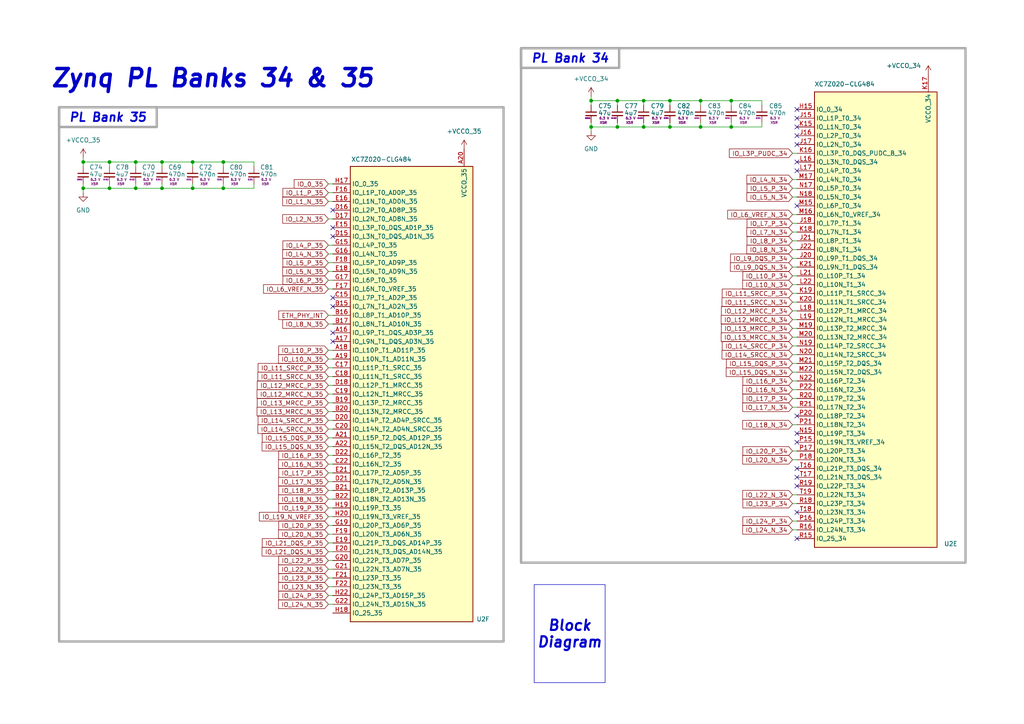
<source format=kicad_sch>
(kicad_sch (version 20231120) (generator "eeschema") (generator_version "8.0")
  (paper "A4")
  (title_block (title "Zynq PL B34 & B35") (date "2024-09-22") (rev "1.0"))
  (junction (at 64.77 46.99))
  (junction (at 55.88 46.99))
  (junction (at 186.69 36.83))
  (junction (at 212.09 36.83))
  (junction (at 194.31 36.83))
  (junction (at 24.13 54.61))
  (junction (at 203.2 29.21))
  (junction (at 31.75 46.99))
  (junction (at 212.09 29.21))
  (junction (at 46.99 54.61))
  (junction (at 39.37 54.61))
  (junction (at 171.45 29.21))
  (junction (at 39.37 46.99))
  (junction (at 203.2 36.83))
  (junction (at 46.99 46.99))
  (junction (at 55.88 54.61))
  (junction (at 24.13 46.99))
  (junction (at 194.31 29.21))
  (junction (at 64.77 54.61))
  (junction (at 186.69 29.21))
  (junction (at 179.07 29.21))
  (junction (at 171.45 36.83))
  (junction (at 31.75 54.61))
  (junction (at 179.07 36.83))
  (no_connect (at 231.14 148.59))
  (no_connect (at 231.14 41.91))
  (no_connect (at 231.14 34.29))
  (no_connect (at 231.14 46.99))
  (no_connect (at 231.14 39.37))
  (no_connect (at 231.14 36.83))
  (no_connect (at 96.52 88.9))
  (no_connect (at 96.52 99.06))
  (no_connect (at 96.52 68.58))
  (no_connect (at 231.14 128.27))
  (no_connect (at 231.14 31.75))
  (no_connect (at 231.14 59.69))
  (no_connect (at 96.52 66.04))
  (no_connect (at 96.52 86.36))
  (no_connect (at 231.14 125.73))
  (no_connect (at 231.14 49.53))
  (no_connect (at 231.14 120.65))
  (no_connect (at 231.14 138.43))
  (no_connect (at 231.14 140.97))
  (no_connect (at 231.14 156.21))
  (no_connect (at 96.52 96.52))
  (no_connect (at 231.14 135.89))
  (no_connect (at 96.52 60.96))
  (wire (pts (xy 73.66 46.99) (xy 73.66 48.26)))
  (wire (pts (xy 24.13 54.61) (xy 24.13 55.88)))
  (wire (pts (xy 39.37 54.61) (xy 31.75 54.61)))
  (wire (pts (xy 95.25 119.38) (xy 96.52 119.38)))
  (wire (pts (xy 95.25 83.82) (xy 96.52 83.82)))
  (wire (pts (xy 229.87 133.35) (xy 231.14 133.35)))
  (wire (pts (xy 229.87 100.33) (xy 231.14 100.33)))
  (wire (pts (xy 95.25 55.88) (xy 96.52 55.88)))
  (wire (pts (xy 64.77 53.34) (xy 64.77 54.61)))
  (wire (pts (xy 95.25 71.12) (xy 96.52 71.12)))
  (wire (pts (xy 203.2 29.21) (xy 203.2 30.48)))
  (wire (pts (xy 95.25 91.44) (xy 96.52 91.44)))
  (wire (pts (xy 171.45 36.83) (xy 171.45 35.56)))
  (wire (pts (xy 95.25 132.08) (xy 96.52 132.08)))
  (wire (pts (xy 95.25 167.64) (xy 96.52 167.64)))
  (wire (pts (xy 95.25 162.56) (xy 96.52 162.56)))
  (wire (pts (xy 39.37 46.99) (xy 46.99 46.99)))
  (wire (pts (xy 95.25 139.7) (xy 96.52 139.7)))
  (wire (pts (xy 95.25 121.92) (xy 96.52 121.92)))
  (wire (pts (xy 24.13 54.61) (xy 24.13 53.34)))
  (wire (pts (xy 229.87 69.85) (xy 231.14 69.85)))
  (wire (pts (xy 171.45 27.94) (xy 171.45 29.21)))
  (wire (pts (xy 95.25 106.68) (xy 96.52 106.68)))
  (wire (pts (xy 212.09 36.83) (xy 203.2 36.83)))
  (wire (pts (xy 95.25 144.78) (xy 96.52 144.78)))
  (wire (pts (xy 229.87 67.31) (xy 231.14 67.31)))
  (wire (pts (xy 229.87 115.57) (xy 231.14 115.57)))
  (wire (pts (xy 171.45 29.21) (xy 179.07 29.21)))
  (wire (pts (xy 229.87 123.19) (xy 231.14 123.19)))
  (wire (pts (xy 95.25 129.54) (xy 96.52 129.54)))
  (wire (pts (xy 229.87 80.01) (xy 231.14 80.01)))
  (wire (pts (xy 95.25 149.86) (xy 96.52 149.86)))
  (wire (pts (xy 55.88 54.61) (xy 46.99 54.61)))
  (wire (pts (xy 46.99 54.61) (xy 39.37 54.61)))
  (wire (pts (xy 39.37 53.34) (xy 39.37 54.61)))
  (wire (pts (xy 186.69 29.21) (xy 186.69 30.48)))
  (wire (pts (xy 229.87 153.67) (xy 231.14 153.67)))
  (wire (pts (xy 229.87 105.41) (xy 231.14 105.41)))
  (wire (pts (xy 203.2 36.83) (xy 194.31 36.83)))
  (wire (pts (xy 55.88 46.99) (xy 64.77 46.99)))
  (wire (pts (xy 194.31 36.83) (xy 186.69 36.83)))
  (wire (pts (xy 95.25 137.16) (xy 96.52 137.16)))
  (wire (pts (xy 73.66 54.61) (xy 64.77 54.61)))
  (wire (pts (xy 229.87 113.03) (xy 231.14 113.03)))
  (wire (pts (xy 95.25 142.24) (xy 96.52 142.24)))
  (wire (pts (xy 229.87 74.93) (xy 231.14 74.93)))
  (wire (pts (xy 229.87 44.45) (xy 231.14 44.45)))
  (wire (pts (xy 24.13 46.99) (xy 24.13 48.26)))
  (wire (pts (xy 229.87 85.09) (xy 231.14 85.09)))
  (wire (pts (xy 229.87 57.15) (xy 231.14 57.15)))
  (wire (pts (xy 46.99 46.99) (xy 46.99 48.26)))
  (wire (pts (xy 95.25 160.02) (xy 96.52 160.02)))
  (wire (pts (xy 95.25 157.48) (xy 96.52 157.48)))
  (wire (pts (xy 171.45 36.83) (xy 171.45 38.1)))
  (wire (pts (xy 229.87 102.87) (xy 231.14 102.87)))
  (wire (pts (xy 229.87 151.13) (xy 231.14 151.13)))
  (wire (pts (xy 95.25 165.1) (xy 96.52 165.1)))
  (wire (pts (xy 229.87 62.23) (xy 231.14 62.23)))
  (wire (pts (xy 229.87 110.49) (xy 231.14 110.49)))
  (wire (pts (xy 229.87 107.95) (xy 231.14 107.95)))
  (wire (pts (xy 229.87 146.05) (xy 231.14 146.05)))
  (wire (pts (xy 203.2 35.56) (xy 203.2 36.83)))
  (wire (pts (xy 73.66 53.34) (xy 73.66 54.61)))
  (wire (pts (xy 95.25 127) (xy 96.52 127)))
  (wire (pts (xy 194.31 29.21) (xy 203.2 29.21)))
  (wire (pts (xy 95.25 73.66) (xy 96.52 73.66)))
  (wire (pts (xy 31.75 54.61) (xy 24.13 54.61)))
  (wire (pts (xy 194.31 35.56) (xy 194.31 36.83)))
  (wire (pts (xy 95.25 53.34) (xy 96.52 53.34)))
  (wire (pts (xy 95.25 154.94) (xy 96.52 154.94)))
  (wire (pts (xy 95.25 124.46) (xy 96.52 124.46)))
  (wire (pts (xy 64.77 54.61) (xy 55.88 54.61)))
  (wire (pts (xy 24.13 46.99) (xy 31.75 46.99)))
  (wire (pts (xy 186.69 29.21) (xy 194.31 29.21)))
  (wire (pts (xy 186.69 35.56) (xy 186.69 36.83)))
  (wire (pts (xy 95.25 104.14) (xy 96.52 104.14)))
  (wire (pts (xy 95.25 170.18) (xy 96.52 170.18)))
  (wire (pts (xy 95.25 109.22) (xy 96.52 109.22)))
  (wire (pts (xy 203.2 29.21) (xy 212.09 29.21)))
  (wire (pts (xy 229.87 77.47) (xy 231.14 77.47)))
  (wire (pts (xy 64.77 46.99) (xy 64.77 48.26)))
  (wire (pts (xy 229.87 72.39) (xy 231.14 72.39)))
  (wire (pts (xy 220.98 35.56) (xy 220.98 36.83)))
  (wire (pts (xy 229.87 64.77) (xy 231.14 64.77)))
  (wire (pts (xy 95.25 134.62) (xy 96.52 134.62)))
  (wire (pts (xy 95.25 111.76) (xy 96.52 111.76)))
  (wire (pts (xy 229.87 97.79) (xy 231.14 97.79)))
  (wire (pts (xy 95.25 81.28) (xy 96.52 81.28)))
  (wire (pts (xy 95.25 172.72) (xy 96.52 172.72)))
  (wire (pts (xy 31.75 46.99) (xy 39.37 46.99)))
  (wire (pts (xy 55.88 53.34) (xy 55.88 54.61)))
  (wire (pts (xy 171.45 29.21) (xy 171.45 30.48)))
  (wire (pts (xy 95.25 152.4) (xy 96.52 152.4)))
  (wire (pts (xy 229.87 95.25) (xy 231.14 95.25)))
  (wire (pts (xy 220.98 29.21) (xy 220.98 30.48)))
  (wire (pts (xy 229.87 118.11) (xy 231.14 118.11)))
  (wire (pts (xy 95.25 78.74) (xy 96.52 78.74)))
  (wire (pts (xy 212.09 29.21) (xy 212.09 30.48)))
  (wire (pts (xy 46.99 53.34) (xy 46.99 54.61)))
  (wire (pts (xy 55.88 46.99) (xy 55.88 48.26)))
  (wire (pts (xy 95.25 175.26) (xy 96.52 175.26)))
  (wire (pts (xy 31.75 53.34) (xy 31.75 54.61)))
  (wire (pts (xy 229.87 82.55) (xy 231.14 82.55)))
  (wire (pts (xy 46.99 46.99) (xy 55.88 46.99)))
  (wire (pts (xy 179.07 29.21) (xy 179.07 30.48)))
  (wire (pts (xy 229.87 52.07) (xy 231.14 52.07)))
  (wire (pts (xy 31.75 46.99) (xy 31.75 48.26)))
  (wire (pts (xy 39.37 46.99) (xy 39.37 48.26)))
  (wire (pts (xy 229.87 92.71) (xy 231.14 92.71)))
  (wire (pts (xy 229.87 54.61) (xy 231.14 54.61)))
  (wire (pts (xy 64.77 46.99) (xy 73.66 46.99)))
  (wire (pts (xy 95.25 63.5) (xy 96.52 63.5)))
  (wire (pts (xy 220.98 36.83) (xy 212.09 36.83)))
  (wire (pts (xy 95.25 76.2) (xy 96.52 76.2)))
  (wire (pts (xy 194.31 29.21) (xy 194.31 30.48)))
  (wire (pts (xy 186.69 36.83) (xy 179.07 36.83)))
  (wire (pts (xy 229.87 90.17) (xy 231.14 90.17)))
  (wire (pts (xy 212.09 35.56) (xy 212.09 36.83)))
  (wire (pts (xy 95.25 114.3) (xy 96.52 114.3)))
  (wire (pts (xy 95.25 147.32) (xy 96.52 147.32)))
  (wire (pts (xy 95.25 116.84) (xy 96.52 116.84)))
  (wire (pts (xy 179.07 36.83) (xy 171.45 36.83)))
  (wire (pts (xy 179.07 29.21) (xy 186.69 29.21)))
  (wire (pts (xy 229.87 143.51) (xy 231.14 143.51)))
  (wire (pts (xy 95.25 93.98) (xy 96.52 93.98)))
  (wire (pts (xy 95.25 101.6) (xy 96.52 101.6)))
  (wire (pts (xy 24.13 45.72) (xy 24.13 46.99)))
  (wire (pts (xy 229.87 130.81) (xy 231.14 130.81)))
  (wire (pts (xy 179.07 35.56) (xy 179.07 36.83)))
  (wire (pts (xy 95.25 58.42) (xy 96.52 58.42)))
  (wire (pts (xy 212.09 29.21) (xy 220.98 29.21)))
  (wire (pts (xy 229.87 87.63) (xy 231.14 87.63)))
  (rectangle (start 17.145 31.115) (end 146.05 186.055) (stroke (width 0.7) (color 168 168 168 1)))
  (rectangle (start 151.13 13.97) (end 280.035 163.195) (stroke (width 0.7) (color 168 168 168 1)))
  (text_box "PL Bank 35" (at 17.145 31.115 0) (size 28.321 5.715) (stroke (width 0.7) (color 168 168 168 1)) (effects (font (size 2.5 2.5) (bold yes) (italic yes))))
  (text_box "PL Bank 34" (at 151.13 13.97 0) (size 28.448 5.715) (stroke (width 0.7) (color 168 168 168 1)) (effects (font (size 2.5 2.5) (bold yes) (italic yes))))
  (text_box "Block\nDiagram" (at 154.94 169.545 0) (size 20.574 28.448) (effects (font (size 3 3) (thickness 0.6) (bold yes) (italic yes))))
  (text "Zynq PL Banks 34 & 35" (at 61.722 22.86 0) (effects (font (size 5 5) (thickness 1) (bold yes) (italic yes))))
  (global_label "IO_L8_P_34" (shape input) (at 229.87 69.85 180) (property "Intersheetrefs" "${INTERSHEET_REFS}" (effects (hide yes))))
  (global_label "IO_L6_VREF_N_35" (shape input) (at 95.25 83.82 180) (property "Intersheetrefs" "${INTERSHEET_REFS}" (effects (hide yes))))
  (global_label "IO_L10_N_34" (shape input) (at 229.87 82.55 180) (property "Intersheetrefs" "${INTERSHEET_REFS}" (effects (hide yes))))
  (global_label "IO_L24_P_34" (shape input) (at 229.87 151.13 180) (property "Intersheetrefs" "${INTERSHEET_REFS}" (effects (hide yes))))
  (global_label "IO_L10_P_35" (shape input) (at 95.25 101.6 180) (property "Intersheetrefs" "${INTERSHEET_REFS}" (effects (hide yes))))
  (global_label "IO_L7_P_34" (shape input) (at 229.87 64.77 180) (property "Intersheetrefs" "${INTERSHEET_REFS}" (effects (hide yes))))
  (global_label "IO_L24_N_35" (shape input) (at 95.25 175.26 180) (property "Intersheetrefs" "${INTERSHEET_REFS}" (effects (hide yes))))
  (global_label "IO_L11_SRCC_P_35" (shape input) (at 95.25 106.68 180) (property "Intersheetrefs" "${INTERSHEET_REFS}" (effects (hide yes))))
  (global_label "IO_L16_P_35" (shape input) (at 95.25 132.08 180) (property "Intersheetrefs" "${INTERSHEET_REFS}" (effects (hide yes))))
  (global_label "IO_0_35" (shape input) (at 95.25 53.34 180) (property "Intersheetrefs" "${INTERSHEET_REFS}" (effects (hide yes))))
  (global_label "IO_L17_P_35" (shape input) (at 95.25 137.16 180) (property "Intersheetrefs" "${INTERSHEET_REFS}" (effects (hide yes))))
  (global_label "IO_L13_MRCC_N_34" (shape input) (at 229.87 97.79 180) (property "Intersheetrefs" "${INTERSHEET_REFS}" (effects (hide yes))))
  (global_label "IO_L6_VREF_N_34" (shape input) (at 229.87 62.23 180) (property "Intersheetrefs" "${INTERSHEET_REFS}" (effects (hide yes))))
  (global_label "IO_L3P_PUDC_34" (shape input) (at 229.87 44.45 180) (property "Intersheetrefs" "${INTERSHEET_REFS}" (effects (hide yes))))
  (global_label "IO_L24_N_34" (shape input) (at 229.87 153.67 180) (property "Intersheetrefs" "${INTERSHEET_REFS}" (effects (hide yes))))
  (global_label "IO_L24_P_35" (shape input) (at 95.25 172.72 180) (property "Intersheetrefs" "${INTERSHEET_REFS}" (effects (hide yes))))
  (global_label "IO_L12_MRCC_P_34" (shape input) (at 229.87 90.17 180) (property "Intersheetrefs" "${INTERSHEET_REFS}" (effects (hide yes))))
  (global_label "IO_L12_MRCC_P_35" (shape input) (at 95.25 111.76 180) (property "Intersheetrefs" "${INTERSHEET_REFS}" (effects (hide yes))))
  (global_label "IO_L4_N_35" (shape input) (at 95.25 73.66 180) (property "Intersheetrefs" "${INTERSHEET_REFS}" (effects (hide yes))))
  (global_label "IO_L5_P_34" (shape input) (at 229.87 54.61 180) (property "Intersheetrefs" "${INTERSHEET_REFS}" (effects (hide yes))))
  (global_label "IO_L8_N_35" (shape input) (at 95.25 93.98 180) (property "Intersheetrefs" "${INTERSHEET_REFS}" (effects (hide yes))))
  (global_label "IO_L14_SRCC_P_34" (shape input) (at 229.87 100.33 180) (property "Intersheetrefs" "${INTERSHEET_REFS}" (effects (hide yes))))
  (global_label "IO_L11_SRCC_P_34" (shape input) (at 229.87 85.09 180) (property "Intersheetrefs" "${INTERSHEET_REFS}" (effects (hide yes))))
  (global_label "IO_L13_MRCC_N_35" (shape input) (at 95.25 119.38 180) (property "Intersheetrefs" "${INTERSHEET_REFS}" (effects (hide yes))))
  (global_label "IO_L17_N_35" (shape input) (at 95.25 139.7 180) (property "Intersheetrefs" "${INTERSHEET_REFS}" (effects (hide yes))))
  (global_label "IO_L4_N_34" (shape input) (at 229.87 52.07 180) (property "Intersheetrefs" "${INTERSHEET_REFS}" (effects (hide yes))))
  (global_label "IO_L18_N_34" (shape input) (at 229.87 123.19 180) (property "Intersheetrefs" "${INTERSHEET_REFS}" (effects (hide yes))))
  (global_label "IO_L5_N_34" (shape input) (at 229.87 57.15 180) (property "Intersheetrefs" "${INTERSHEET_REFS}" (effects (hide yes))))
  (global_label "IO_L23_P_34" (shape input) (at 229.87 146.05 180) (property "Intersheetrefs" "${INTERSHEET_REFS}" (effects (hide yes))))
  (global_label "IO_L14_SRCC_N_34" (shape input) (at 229.87 102.87 180) (property "Intersheetrefs" "${INTERSHEET_REFS}" (effects (hide yes))))
  (global_label "IO_L23_N_35" (shape input) (at 95.25 170.18 180) (property "Intersheetrefs" "${INTERSHEET_REFS}" (effects (hide yes))))
  (global_label "IO_L20_N_35" (shape input) (at 95.25 154.94 180) (property "Intersheetrefs" "${INTERSHEET_REFS}" (effects (hide yes))))
  (global_label "IO_L19_P_35" (shape input) (at 95.25 147.32 180) (property "Intersheetrefs" "${INTERSHEET_REFS}" (effects (hide yes))))
  (global_label "IO_L7_N_34" (shape input) (at 229.87 67.31 180) (property "Intersheetrefs" "${INTERSHEET_REFS}" (effects (hide yes))))
  (global_label "IO_L6_P_35" (shape input) (at 95.25 81.28 180) (property "Intersheetrefs" "${INTERSHEET_REFS}" (effects (hide yes))))
  (global_label "IO_L12_MRCC_N_34" (shape input) (at 229.87 92.71 180) (property "Intersheetrefs" "${INTERSHEET_REFS}" (effects (hide yes))))
  (global_label "IO_L15_DQS_N_35" (shape input) (at 95.25 129.54 180) (property "Intersheetrefs" "${INTERSHEET_REFS}" (effects (hide yes))))
  (global_label "IO_L1_N_35" (shape input) (at 95.25 58.42 180) (property "Intersheetrefs" "${INTERSHEET_REFS}" (effects (hide yes))))
  (global_label "IO_L20_P_35" (shape input) (at 95.25 152.4 180) (property "Intersheetrefs" "${INTERSHEET_REFS}" (effects (hide yes))))
  (global_label "IO_L9_DQS_P_34" (shape input) (at 229.87 74.93 180) (property "Intersheetrefs" "${INTERSHEET_REFS}" (effects (hide yes))))
  (global_label "IO_L15_DQS_P_35" (shape input) (at 95.25 127 180) (property "Intersheetrefs" "${INTERSHEET_REFS}" (effects (hide yes))))
  (global_label "IO_L22_N_34" (shape input) (at 229.87 143.51 180) (property "Intersheetrefs" "${INTERSHEET_REFS}" (effects (hide yes))))
  (global_label "IO_L21_DQS_P_35" (shape input) (at 95.25 157.48 180) (property "Intersheetrefs" "${INTERSHEET_REFS}" (effects (hide yes))))
  (global_label "IO_L15_DQS_P_34" (shape input) (at 229.87 105.41 180) (property "Intersheetrefs" "${INTERSHEET_REFS}" (effects (hide yes))))
  (global_label "IO_L11_SRCC_N_35" (shape input) (at 95.25 109.22 180) (property "Intersheetrefs" "${INTERSHEET_REFS}" (effects (hide yes))))
  (global_label "IO_L22_P_35" (shape input) (at 95.25 162.56 180) (property "Intersheetrefs" "${INTERSHEET_REFS}" (effects (hide yes))))
  (global_label "IO_L21_DQS_N_35" (shape input) (at 95.25 160.02 180) (property "Intersheetrefs" "${INTERSHEET_REFS}" (effects (hide yes))))
  (global_label "IO_L10_N_35" (shape input) (at 95.25 104.14 180) (property "Intersheetrefs" "${INTERSHEET_REFS}" (effects (hide yes))))
  (global_label "IO_L18_N_35" (shape input) (at 95.25 144.78 180) (property "Intersheetrefs" "${INTERSHEET_REFS}" (effects (hide yes))))
  (global_label "IO_L19_N_VREF_35" (shape input) (at 95.25 149.86 180) (property "Intersheetrefs" "${INTERSHEET_REFS}" (effects (hide yes))))
  (global_label "IO_L11_SRCC_N_34" (shape input) (at 229.87 87.63 180) (property "Intersheetrefs" "${INTERSHEET_REFS}" (effects (hide yes))))
  (global_label "IO_L4_P_35" (shape input) (at 95.25 71.12 180) (property "Intersheetrefs" "${INTERSHEET_REFS}" (effects (hide yes))))
  (global_label "IO_L14_SRCC_P_35" (shape input) (at 95.25 121.92 180) (property "Intersheetrefs" "${INTERSHEET_REFS}" (effects (hide yes))))
  (global_label "IO_L2_N_35" (shape input) (at 95.25 63.5 180) (property "Intersheetrefs" "${INTERSHEET_REFS}" (effects (hide yes))))
  (global_label "IO_L17_P_34" (shape input) (at 229.87 115.57 180) (property "Intersheetrefs" "${INTERSHEET_REFS}" (effects (hide yes))))
  (global_label "IO_L20_P_34" (shape input) (at 229.87 130.81 180) (property "Intersheetrefs" "${INTERSHEET_REFS}" (effects (hide yes))))
  (global_label "IO_L5_N_35" (shape input) (at 95.25 78.74 180) (property "Intersheetrefs" "${INTERSHEET_REFS}" (effects (hide yes))))
  (global_label "IO_L16_N_34" (shape input) (at 229.87 113.03 180) (property "Intersheetrefs" "${INTERSHEET_REFS}" (effects (hide yes))))
  (global_label "IO_L17_N_34" (shape input) (at 229.87 118.11 180) (property "Intersheetrefs" "${INTERSHEET_REFS}" (effects (hide yes))))
  (global_label "IO_L12_MRCC_N_35" (shape input) (at 95.25 114.3 180) (property "Intersheetrefs" "${INTERSHEET_REFS}" (effects (hide yes))))
  (global_label "IO_L15_DQS_N_34" (shape input) (at 229.87 107.95 180) (property "Intersheetrefs" "${INTERSHEET_REFS}" (effects (hide yes))))
  (global_label "IO_L16_P_34" (shape input) (at 229.87 110.49 180) (property "Intersheetrefs" "${INTERSHEET_REFS}" (effects (hide yes))))
  (global_label "IO_L1_P_35" (shape input) (at 95.25 55.88 180) (property "Intersheetrefs" "${INTERSHEET_REFS}" (effects (hide yes))))
  (global_label "IO_L18_P_35" (shape input) (at 95.25 142.24 180) (property "Intersheetrefs" "${INTERSHEET_REFS}" (effects (hide yes))))
  (global_label "IO_L5_P_35" (shape input) (at 95.25 76.2 180) (property "Intersheetrefs" "${INTERSHEET_REFS}" (effects (hide yes))))
  (global_label "IO_L20_N_34" (shape input) (at 229.87 133.35 180) (property "Intersheetrefs" "${INTERSHEET_REFS}" (effects (hide yes))))
  (global_label "IO_L10_P_34" (shape input) (at 229.87 80.01 180) (property "Intersheetrefs" "${INTERSHEET_REFS}" (effects (hide yes))))
  (global_label "IO_L13_MRCC_P_35" (shape input) (at 95.25 116.84 180) (property "Intersheetrefs" "${INTERSHEET_REFS}" (effects (hide yes))))
  (global_label "IO_L22_N_35" (shape input) (at 95.25 165.1 180) (property "Intersheetrefs" "${INTERSHEET_REFS}" (effects (hide yes))))
  (global_label "IO_L9_DQS_N_34" (shape input) (at 229.87 77.47 180) (property "Intersheetrefs" "${INTERSHEET_REFS}" (effects (hide yes))))
  (global_label "IO_L14_SRCC_N_35" (shape input) (at 95.25 124.46 180) (property "Intersheetrefs" "${INTERSHEET_REFS}" (effects (hide yes))))
  (global_label "IO_L13_MRCC_P_34" (shape input) (at 229.87 95.25 180) (property "Intersheetrefs" "${INTERSHEET_REFS}" (effects (hide yes))))
  (global_label "ETH_PHY_INT" (shape input) (at 95.25 91.44 180) (property "Intersheetrefs" "${INTERSHEET_REFS}" (effects (hide yes))))
  (global_label "IO_L8_N_34" (shape input) (at 229.87 72.39 180) (property "Intersheetrefs" "${INTERSHEET_REFS}" (effects (hide yes))))
  (global_label "IO_L16_N_35" (shape input) (at 95.25 134.62 180) (property "Intersheetrefs" "${INTERSHEET_REFS}" (effects (hide yes))))
  (global_label "IO_L23_P_35" (shape input) (at 95.25 167.64 180) (property "Intersheetrefs" "${INTERSHEET_REFS}" (effects (hide yes))))
  (symbol (lib_id "power:GND") (at 171.45 38.1 0) (unit 1)
    (property "Reference" "#PWR0106" (effects (hide yes)))
    (property "Value" "GND" (at 171.45 43.18 0))
    (property "Description" "Power symbol creates a global label with name \"GND\" , ground" (effects (hide yes)))
  )
  (symbol (lib_name "C_Small_1") (lib_id "Device:C_Small") (at 55.88 50.8 0) (unit 1)
    (property "Reference" "C72" (at 57.658 48.514 0) (effects (justify left)))
    (property "Value" "470n" (at 57.658 50.546 0) (effects (justify left)))
    (property "Footprint" "Capacitor_SMD:C_0201_0603Metric" (effects (hide yes)))
    (property "Description" "Unpolarized capacitor, small symbol" (effects (hide yes)))
    (property "Rating" "6.3 V" (at 59.436 52.07 0) (effects (font (size 0.7 0.7))))
    (property "Type" "X5R" (at 59.182 53.34 0) (effects (font (size 0.7 0.7))))
    (property "Package" "0201" (at 54.864 52.07 0) (effects (font (size 0.4 0.4))))
    (property "LCSC Part" "C85926" (effects (hide yes)))
  )
  (symbol (lib_name "C_Small_1") (lib_id "Device:C_Small") (at 46.99 50.8 0) (unit 1)
    (property "Reference" "C69" (at 48.768 48.514 0) (effects (justify left)))
    (property "Value" "470n" (at 48.768 50.546 0) (effects (justify left)))
    (property "Footprint" "Capacitor_SMD:C_0201_0603Metric" (effects (hide yes)))
    (property "Description" "Unpolarized capacitor, small symbol" (effects (hide yes)))
    (property "Rating" "6.3 V" (at 50.546 52.07 0) (effects (font (size 0.7 0.7))))
    (property "Type" "X5R" (at 50.292 53.34 0) (effects (font (size 0.7 0.7))))
    (property "Package" "0201" (at 45.974 52.07 0) (effects (font (size 0.4 0.4))))
    (property "LCSC Part" "C85926" (effects (hide yes)))
  )
  (symbol (lib_id "power:+1V0") (at 269.24 21.59 0) (unit 1)
    (property "Reference" "#PWR0118" (effects (hide yes)))
    (property "Value" "+VCCO_34" (at 262.128 19.05 0))
    (property "Description" "Power symbol creates a global label with name \"+VCCO_34\"" (effects (hide yes)))
  )
  (symbol (lib_id "power:+1V0") (at 171.45 27.94 0) (unit 1)
    (property "Reference" "#PWR0104" (effects (hide yes)))
    (property "Value" "+VCCO_34" (at 171.45 22.86 0))
    (property "Description" "Power symbol creates a global label with name \"+VCCO_34\"" (effects (hide yes)))
  )
  (symbol (lib_id "power:GND") (at 24.13 55.88 0) (unit 1)
    (property "Reference" "#PWR0103" (effects (hide yes)))
    (property "Value" "GND" (at 24.13 60.96 0))
    (property "Description" "Power symbol creates a global label with name \"GND\" , ground" (effects (hide yes)))
  )
  (symbol (lib_name "C_Small_1") (lib_id "Device:C_Small") (at 73.66 50.8 0) (unit 1)
    (property "Reference" "C81" (at 75.438 48.514 0) (effects (justify left)))
    (property "Value" "470n" (at 75.438 50.546 0) (effects (justify left)))
    (property "Footprint" "Capacitor_SMD:C_0201_0603Metric" (effects (hide yes)))
    (property "Description" "Unpolarized capacitor, small symbol" (effects (hide yes)))
    (property "Rating" "6.3 V" (at 77.216 52.07 0) (effects (font (size 0.7 0.7))))
    (property "Type" "X5R" (at 76.962 53.34 0) (effects (font (size 0.7 0.7))))
    (property "Package" "0201" (at 72.644 52.07 0) (effects (font (size 0.4 0.4))))
    (property "LCSC Part" "C85926" (effects (hide yes)))
  )
  (symbol (lib_name "C_Small_1") (lib_id "Device:C_Small") (at 220.98 33.02 0) (unit 1)
    (property "Reference" "C85" (at 223.012 30.734 0) (effects (justify left)))
    (property "Value" "470n" (at 223.012 32.766 0) (effects (justify left)))
    (property "Footprint" "Capacitor_SMD:C_0201_0603Metric" (effects (hide yes)))
    (property "Description" "Unpolarized capacitor, small symbol" (effects (hide yes)))
    (property "Rating" "6.3 V" (at 224.79 34.29 0) (effects (font (size 0.7 0.7))))
    (property "Type" "X5R" (at 224.536 35.56 0) (effects (font (size 0.7 0.7))))
    (property "Package" "0201" (at 219.964 34.29 0) (effects (font (size 0.4 0.4))))
    (property "LCSC Part" "C85926" (effects (hide yes)))
  )
  (symbol (lib_id "power:+1V0") (at 134.62 43.18 0) (unit 1)
    (property "Reference" "#PWR0117" (effects (hide yes)))
    (property "Value" "+VCCO_35" (at 134.62 38.1 0))
    (property "Description" "Power symbol creates a global label with name \"+VCCO_35\"" (effects (hide yes)))
  )
  (symbol (lib_name "C_Small_1") (lib_id "Device:C_Small") (at 39.37 50.8 0) (unit 1)
    (property "Reference" "C70" (at 41.148 48.514 0) (effects (justify left)))
    (property "Value" "4u7" (at 41.148 50.546 0) (effects (justify left)))
    (property "Footprint" "Capacitor_SMD:C_0402_1005Metric" (effects (hide yes)))
    (property "Description" "Unpolarized capacitor, small symbol" (effects (hide yes)))
    (property "Rating" "6.3 V" (at 42.926 52.07 0) (effects (font (size 0.7 0.7))))
    (property "Type" "X5R" (at 42.672 53.34 0) (effects (font (size 0.7 0.7))))
    (property "Package" "0402" (at 38.354 52.07 0) (effects (font (size 0.4 0.4))))
    (property "LCSC Part" " C368809" (effects (hide yes)))
  )
  (symbol (lib_name "C_Small_1") (lib_id "Device:C_Small") (at 179.07 33.02 0) (unit 1)
    (property "Reference" "C77" (at 181.102 30.734 0) (effects (justify left)))
    (property "Value" "4u7" (at 181.102 32.766 0) (effects (justify left)))
    (property "Footprint" "Capacitor_SMD:C_0402_1005Metric" (effects (hide yes)))
    (property "Description" "Unpolarized capacitor, small symbol" (effects (hide yes)))
    (property "Rating" "6.3 V" (at 182.88 34.29 0) (effects (font (size 0.7 0.7))))
    (property "Type" "X5R" (at 182.626 35.56 0) (effects (font (size 0.7 0.7))))
    (property "Package" "0402" (at 178.054 34.29 0) (effects (font (size 0.4 0.4))))
    (property "LCSC Part" " C368809" (effects (hide yes)))
  )
  (symbol (lib_name "C_Small_1") (lib_id "Device:C_Small") (at 194.31 33.02 0) (unit 1)
    (property "Reference" "C82" (at 196.342 30.734 0) (effects (justify left)))
    (property "Value" "470n" (at 196.342 32.766 0) (effects (justify left)))
    (property "Footprint" "Capacitor_SMD:C_0201_0603Metric" (effects (hide yes)))
    (property "Description" "Unpolarized capacitor, small symbol" (effects (hide yes)))
    (property "Rating" "6.3 V" (at 198.12 34.29 0) (effects (font (size 0.7 0.7))))
    (property "Type" "X5R" (at 197.866 35.56 0) (effects (font (size 0.7 0.7))))
    (property "Package" "0201" (at 193.294 34.29 0) (effects (font (size 0.4 0.4))))
    (property "LCSC Part" "C85926" (effects (hide yes)))
  )
  (symbol (lib_id "power:+1V0") (at 24.13 45.72 0) (unit 1)
    (property "Reference" "#PWR0105" (effects (hide yes)))
    (property "Value" "+VCCO_35" (at 24.13 40.64 0))
    (property "Description" "Power symbol creates a global label with name \"+VCCO_35\"" (effects (hide yes)))
  )
  (symbol (lib_name "C_Small_1") (lib_id "Device:C_Small") (at 212.09 33.02 0) (unit 1)
    (property "Reference" "C84" (at 214.122 30.734 0) (effects (justify left)))
    (property "Value" "470n" (at 214.122 32.766 0) (effects (justify left)))
    (property "Footprint" "Capacitor_SMD:C_0201_0603Metric" (effects (hide yes)))
    (property "Description" "Unpolarized capacitor, small symbol" (effects (hide yes)))
    (property "Rating" "6.3 V" (at 215.9 34.29 0) (effects (font (size 0.7 0.7))))
    (property "Type" "X5R" (at 215.646 35.56 0) (effects (font (size 0.7 0.7))))
    (property "Package" "0201" (at 211.074 34.29 0) (effects (font (size 0.4 0.4))))
    (property "LCSC Part" "C85926" (effects (hide yes)))
  )
  (symbol (lib_name "C_Small_1") (lib_id "Device:C_Small") (at 31.75 50.8 0) (unit 1)
    (property "Reference" "C78" (at 33.528 48.514 0) (effects (justify left)))
    (property "Value" "4u7" (at 33.528 50.546 0) (effects (justify left)))
    (property "Footprint" "Capacitor_SMD:C_0402_1005Metric" (effects (hide yes)))
    (property "Description" "Unpolarized capacitor, small symbol" (effects (hide yes)))
    (property "Rating" "6.3 V" (at 35.306 52.07 0) (effects (font (size 0.7 0.7))))
    (property "Type" "X5R" (at 35.052 53.34 0) (effects (font (size 0.7 0.7))))
    (property "Package" "0402" (at 30.734 52.07 0) (effects (font (size 0.4 0.4))))
    (property "LCSC Part" " C368809" (effects (hide yes)))
  )
  (symbol (lib_name "C_Small_1") (lib_id "Device:C_Small") (at 171.45 33.02 0) (unit 1)
    (property "Reference" "C75" (at 173.482 30.734 0) (effects (justify left)))
    (property "Value" "47u" (at 173.482 32.766 0) (effects (justify left)))
    (property "Footprint" "Capacitor_SMD:C_0805_2012Metric" (effects (hide yes)))
    (property "Description" "Unpolarized capacitor, small symbol" (effects (hide yes)))
    (property "Rating" "6.3 V" (at 175.26 34.29 0) (effects (font (size 0.7 0.7))))
    (property "Type" "X5R" (at 175.006 35.56 0) (effects (font (size 0.7 0.7))))
    (property "Package" "0805" (at 170.434 34.29 0) (effects (font (size 0.4 0.4))))
    (property "LCSC Part" "C16780" (effects (hide yes)))
  )
  (symbol (lib_id "FPGA_Xilinx_Zynq7000:XC7Z020-CLG484") (at 119.38 114.3 0) (unit 6)
    (property "Reference" "U2" (at 138.176 179.578 0) (effects (justify left)))
    (property "Value" "XC7Z020-CLG484" (at 101.854 46.228 0) (effects (justify left)))
    (property "Footprint" "Mylibrary:CLG484_XIL-L_new" (effects (hide yes)))
    (property "Datasheet" "https://www.xilinx.com/support/documentation/data_sheets/ds190-Zynq-7000-Overview.pdf" (effects (hide yes)))
    (property "LCSC Part" "gia" (effects (hide yes)))
  )
  (symbol (lib_name "C_Small_1") (lib_id "Device:C_Small") (at 203.2 33.02 0) (unit 1)
    (property "Reference" "C83" (at 205.232 30.734 0) (effects (justify left)))
    (property "Value" "470n" (at 205.232 32.766 0) (effects (justify left)))
    (property "Footprint" "Capacitor_SMD:C_0201_0603Metric" (effects (hide yes)))
    (property "Description" "Unpolarized capacitor, small symbol" (effects (hide yes)))
    (property "Rating" "6.3 V" (at 207.01 34.29 0) (effects (font (size 0.7 0.7))))
    (property "Type" "X5R" (at 206.756 35.56 0) (effects (font (size 0.7 0.7))))
    (property "Package" "0201" (at 202.184 34.29 0) (effects (font (size 0.4 0.4))))
    (property "LCSC Part" "C85926" (effects (hide yes)))
  )
  (symbol (lib_name "C_Small_1") (lib_id "Device:C_Small") (at 186.69 33.02 0) (unit 1)
    (property "Reference" "C79" (at 188.722 30.734 0) (effects (justify left)))
    (property "Value" "4u7" (at 188.722 32.766 0) (effects (justify left)))
    (property "Footprint" "Capacitor_SMD:C_0402_1005Metric" (effects (hide yes)))
    (property "Description" "Unpolarized capacitor, small symbol" (effects (hide yes)))
    (property "Rating" "6.3 V" (at 190.5 34.29 0) (effects (font (size 0.7 0.7))))
    (property "Type" "X5R" (at 190.246 35.56 0) (effects (font (size 0.7 0.7))))
    (property "Package" "0402" (at 185.674 34.29 0) (effects (font (size 0.4 0.4))))
    (property "LCSC Part" " C368809" (effects (hide yes)))
  )
  (symbol (lib_name "C_Small_1") (lib_id "Device:C_Small") (at 64.77 50.8 0) (unit 1)
    (property "Reference" "C80" (at 66.548 48.514 0) (effects (justify left)))
    (property "Value" "470n" (at 66.548 50.546 0) (effects (justify left)))
    (property "Footprint" "Capacitor_SMD:C_0201_0603Metric" (effects (hide yes)))
    (property "Description" "Unpolarized capacitor, small symbol" (effects (hide yes)))
    (property "Rating" "6.3 V" (at 68.326 52.07 0) (effects (font (size 0.7 0.7))))
    (property "Type" "X5R" (at 68.072 53.34 0) (effects (font (size 0.7 0.7))))
    (property "Package" "0201" (at 63.754 52.07 0) (effects (font (size 0.4 0.4))))
    (property "LCSC Part" "C85926" (effects (hide yes)))
  )
  (symbol (lib_id "FPGA_Xilinx_Zynq7000:XC7Z020-CLG484") (at 254 92.71 0) (unit 5)
    (property "Reference" "U2" (at 273.812 157.734 0) (effects (justify left)))
    (property "Value" "XC7Z020-CLG484" (at 236.22 24.384 0) (effects (justify left)))
    (property "Footprint" "Mylibrary:CLG484_XIL-L_new" (effects (hide yes)))
    (property "Datasheet" "https://www.xilinx.com/support/documentation/data_sheets/ds190-Zynq-7000-Overview.pdf" (effects (hide yes)))
    (property "LCSC Part" "gia" (effects (hide yes)))
  )
  (symbol (lib_name "C_Small_1") (lib_id "Device:C_Small") (at 24.13 50.8 0) (unit 1)
    (property "Reference" "C74" (at 25.908 48.514 0) (effects (justify left)))
    (property "Value" "47u" (at 25.908 50.546 0) (effects (justify left)))
    (property "Footprint" "Capacitor_SMD:C_0805_2012Metric" (effects (hide yes)))
    (property "Description" "Unpolarized capacitor, small symbol" (effects (hide yes)))
    (property "Rating" "6.3 V" (at 27.686 52.07 0) (effects (font (size 0.7 0.7))))
    (property "Type" "X5R" (at 27.432 53.34 0) (effects (font (size 0.7 0.7))))
    (property "Package" "0805" (at 23.114 52.07 0) (effects (font (size 0.4 0.4))))
    (property "LCSC Part" "C16780" (effects (hide yes)))
  )
)
</source>
